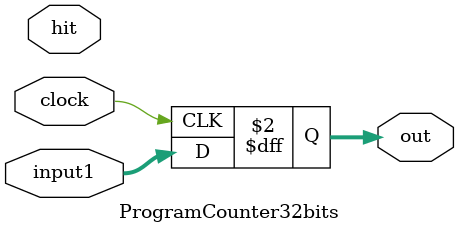
<source format=v>
`timescale 1ns / 1ps
module ProgramCounter32bits(
    input [31:0] input1,
    input clock,
	 input hit,
    output reg [31:0] out
    );

    always @(negedge clock)
    begin
		//if (hit)
			out = input1;
    end

endmodule

</source>
